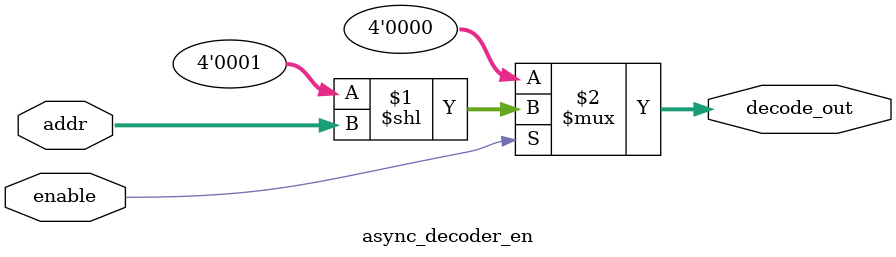
<source format=sv>
module async_decoder_en(
    input [1:0] addr,
    input enable,
    output [3:0] decode_out
);
    assign decode_out = enable ? (4'b0001 << addr) : 4'b0000;
endmodule
</source>
